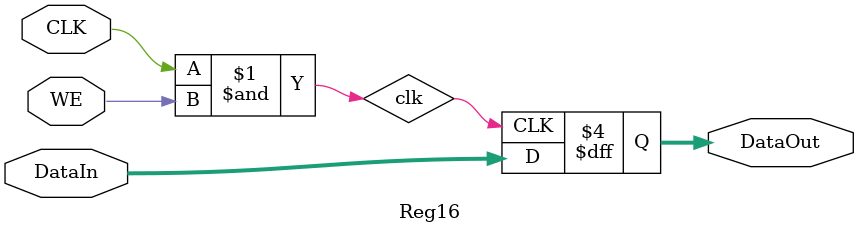
<source format=v>
`timescale 1ns / 1ps


module Reg16(   
input CLK,
input [15:0] DataIn,
input WE, 
output reg [15:0] DataOut
);
wire clk;
assign clk=(CLK & WE);
initial begin
    DataOut = 16'b0;
end
always @(posedge clk)
begin
    DataOut <= DataIn;
end
endmodule

</source>
